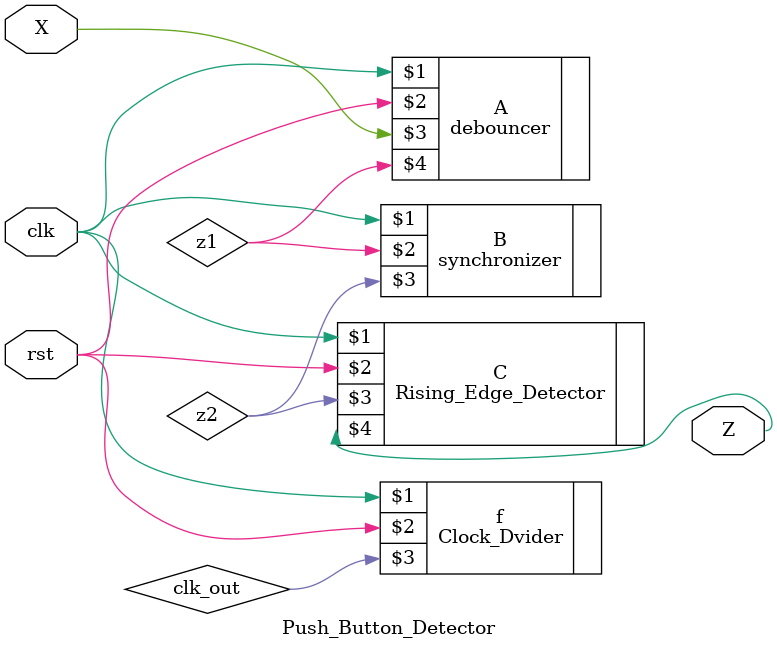
<source format=v>
`timescale 1ns / 1ps


module Push_Button_Detector(input clk,rst,X,output Z);
wire clk_out;
wire z1,z2;
Clock_Dvider #(250_000)f( clk, rst, clk_out);
debouncer A(clk, rst, X,  z1);
synchronizer B( clk,  z1, z2);
Rising_Edge_Detector C (clk,rst,z2,Z);
endmodule



</source>
